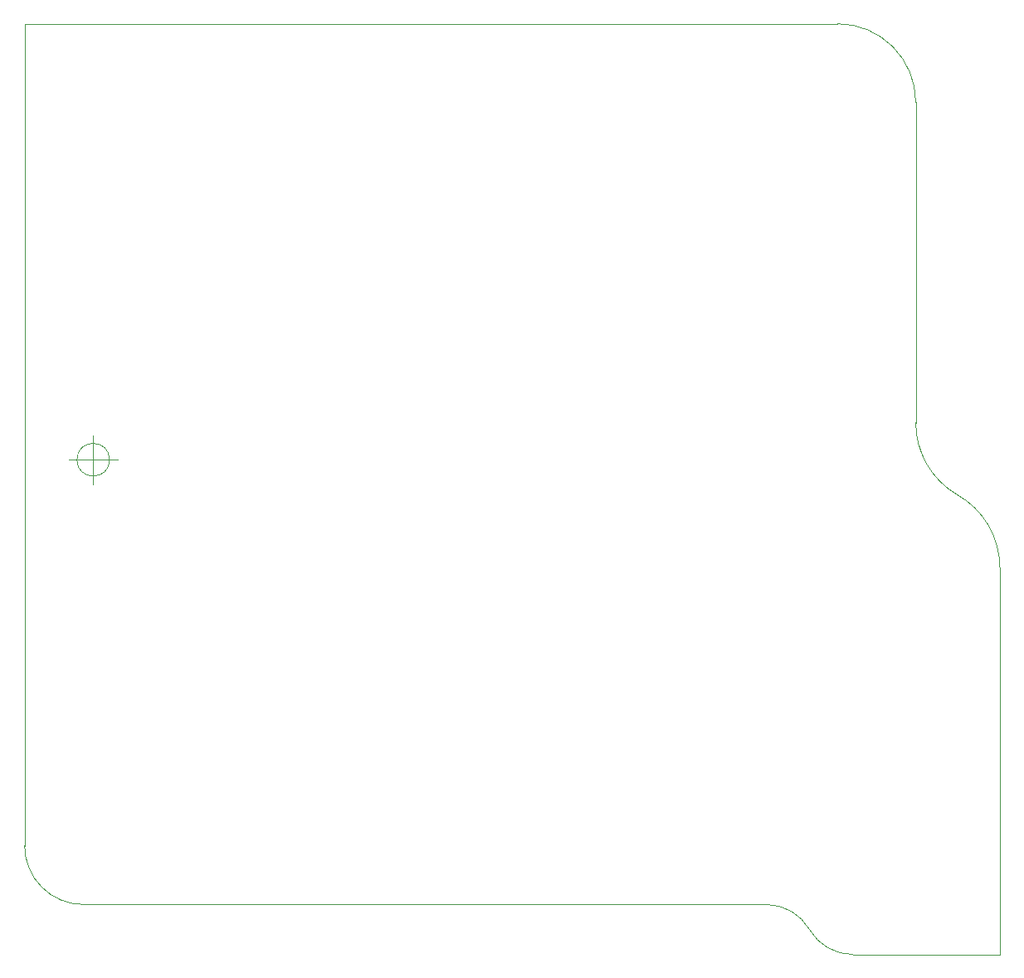
<source format=gbr>
G04 #@! TF.GenerationSoftware,KiCad,Pcbnew,5.1.5*
G04 #@! TF.CreationDate,2020-03-16T15:52:58-05:00*
G04 #@! TF.ProjectId,fissure,66697373-7572-4652-9e6b-696361645f70,rev?*
G04 #@! TF.SameCoordinates,Original*
G04 #@! TF.FileFunction,Profile,NP*
%FSLAX46Y46*%
G04 Gerber Fmt 4.6, Leading zero omitted, Abs format (unit mm)*
G04 Created by KiCad (PCBNEW 5.1.5) date 2020-03-16 15:52:58*
%MOMM*%
%LPD*%
G04 APERTURE LIST*
%ADD10C,0.050000*%
G04 APERTURE END LIST*
D10*
X52663666Y-84249000D02*
G75*
G03X52663666Y-84249000I-1666666J0D01*
G01*
X48497000Y-84249000D02*
X53497000Y-84249000D01*
X50997000Y-81749000D02*
X50997000Y-86749000D01*
X126917000Y-39749000D02*
G75*
G02X134917000Y-47749000I0J-8000000D01*
G01*
X43997000Y-123649000D02*
X43997000Y-39749000D01*
X43997000Y-39749000D02*
X126917000Y-39749000D01*
X134917535Y-80467061D02*
X134917000Y-47749000D01*
X124067673Y-132188609D02*
G75*
G03X119656959Y-129649000I-4410714J-2560391D01*
G01*
X124067000Y-132189000D02*
G75*
G03X128488870Y-134747925I4421870J2541075D01*
G01*
X139119379Y-87808678D02*
G75*
G02X134917535Y-80467061I4312849J7341617D01*
G01*
X139120160Y-87807349D02*
G75*
G02X143497000Y-95249000I-4137853J-7441651D01*
G01*
X49997000Y-129649000D02*
G75*
G02X43997000Y-123649000I0J6000000D01*
G01*
X64797000Y-129649000D02*
X49997000Y-129649000D01*
X64797000Y-129649000D02*
X119656959Y-129649000D01*
X143497000Y-134749000D02*
X143497000Y-95249000D01*
X128488870Y-134747925D02*
X143497000Y-134749000D01*
M02*

</source>
